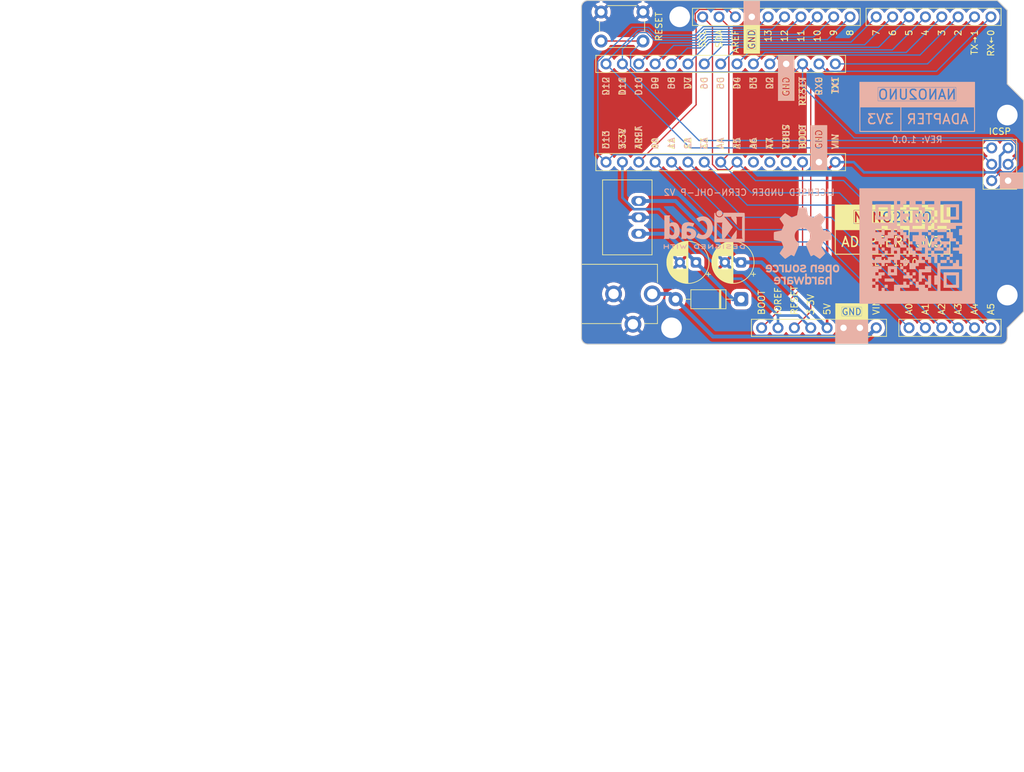
<source format=kicad_pcb>
(kicad_pcb (version 20221018) (generator pcbnew)
  (title_block (title "Nano2UNO Adapter 3V3") (date "2023-12-16") (rev "1.0.0") (company "Designer: C. M. Bulliner") (comment 2 "OF MERCHANTABILITY, SATISFACTORY QUALITY AND FITNESS FOR A PARTICULAR PURPOSE.") (comment 3 "This document is distributed WITHOUT ANY EXPRESS OR IMPLIED WARRANTY, INCLUDING") (comment 4 "© 2023 C. M. Bulliner. Released under the CERN-OHL-P v2 license."))
  (layers (0 "F.Cu" signal) (31 "B.Cu" signal) (34 "B.Paste" user) (35 "F.Paste" user) (36 "B.SilkS" user "B.Silkscreen") (37 "F.SilkS" user "F.Silkscreen") (38 "B.Mask" user) (39 "F.Mask" user) (44 "Edge.Cuts" user))
  (net 0 "")
  (net 1 "GND")
  (net 2 "/D1{slash}TX")
  (net 3 "+5V")
  (net 4 "/D0{slash}RX")
  (net 5 "/A0")
  (net 6 "/A1")
  (net 7 "/A2")
  (net 8 "/A3")
  (net 9 "/D2")
  (net 10 "/D3")
  (net 11 "/D4")
  (net 12 "/D5")
  (net 13 "/AREF")
  (net 14 "/D6")
  (net 15 "/D7")
  (net 16 "/D8")
  (net 17 "/D9")
  (net 18 "/D10")
  (net 19 "/D11{slash}COPI")
  (net 20 "/D12{slash}CIPO")
  (net 21 "/D13{slash}SCK")
  (net 22 "/A4{slash}SDA")
  (net 23 "/A5{slash}SCL")
  (net 24 "+3V3")
  (net 25 "/~{RESET}")
  (net 26 "/~{BOOT}")
  (net 27 "Net-(D1-K)")
  (net 28 "/VIN")
  (footprint "Project_Footprints:PinSocket_1x08_P2.54mm_Vertical_UNO_Power" (layer "F.Cu") (at 133.35 132.08 90)
    (fp_text reference "J3" hide)
    (fp_text value "ESW-108-33-L-S" hide)
  )
  (footprint "Project_Footprints:PinSocket_1x06_P2.54mm_Vertical_UNO_Analog" (layer "F.Cu") (at 156.21 132.08 90)
    (fp_text reference "J4" hide)
    (fp_text value "ESW-106-33-L-S" hide)
  )
  (footprint "Project_Footprints:PinSocket_1x10_P2.54mm_Vertical_UNO_Digital_2" (layer "F.Cu") (at 147.066 83.82 -90)
    (fp_text reference "J2" hide)
    (fp_text value "ESW-110-33-L-S" hide)
  )
  (footprint "Project_Footprints:PinSocket_1x08_P2.54mm_Vertical_UNO_Digital_1" (layer "F.Cu") (at 168.91 83.82 -90)
    (fp_text reference "J1" hide)
    (fp_text value "ESW-108-33-L-S" hide)
  )
  (footprint "Project_Footprints:D_DO-41_SOD81_P10.16mm_Horizontal" (layer "F.Cu") (at 130.175 127.635 180)
    (fp_text reference "D1" hide)
    (fp_text value "SB260S-E3/54" hide)
  )
  (footprint "Project_Footprints:CP_Radial_D6.3mm_P2.50mm" (layer "F.Cu") (at 128.905 121.92 180)
    (fp_text reference "C2" hide)
    (fp_text value "10uF" hide)
  )
  (footprint "Project_Footprints:CP_Radial_D6.3mm_P2.50mm" (layer "F.Cu") (at 121.92 121.92 180)
    (fp_text reference "C1" hide)
    (fp_text value "10uF" hide)
  )
  (footprint "Project_Footprints:MountingHole_3.2mm" (layer "F.Cu") (at 120.65 83.82)
    (fp_text reference "MH1" hide)
    (fp_text value "MountingHole_3.2mm" hide)
  )
  (footprint "Project_Footprints:PinHeader_2x03_P2.54mm_Vertical_UNO_ICSP" (layer "F.Cu") (at 169.032 104.155)
    (fp_text reference "J7" hide)
    (fp_text value "TSW-103-15-L-D" hide)
  )
  (footprint "Project_Footprints:BarrelJack_CUI_PJ-102A_Horizontal" (layer "F.Cu") (at 117.094 131.318 -90)
    (fp_text reference "J8" hide)
    (fp_text value "PJ-102A" hide)
  )
  (footprint "Project_Footprints:PinSocket_1x15_P2.54mm_Vertical_Nano_1" (layer "F.Cu") (at 144.78 91.12 -90)
    (fp_text reference "J5" hide)
    (fp_text value "PPPC151LFBN-RC" hide)
  )
  (footprint "Project_Footprints:PinSocket_1x15_P2.54mm_Vertical_Nano_2" (layer "F.Cu") (at 109.22 106.36 90)
    (fp_text reference "J6" hide)
    (fp_text value "PPPC151LFBN-RC" hide)
  )
  (footprint "Project_Footprints:R-78K5.0-0.5" (layer "F.Cu") (at 114.3 114.935 90)
    (fp_text reference "U1" hide)
    (fp_text value "R-78K5.0-0.5" hide)
  )
  (footprint "Project_Footprints:SW_PUSH_6mm_Reset" (layer "F.Cu") (at 111.71 85.32)
    (fp_text reference "SW1" hide)
    (fp_text value "1825910-6" hide)
  )
  (footprint "Project_Footprints:MountingHole_3.2mm" (layer "F.Cu") (at 119.38 132.08)
    (fp_text reference "MH2" hide)
    (fp_text value "MountingHole_3.2mm" hide)
  )
  (footprint "Project_Footprints:MountingHole_3.2mm" (layer "F.Cu") (at 171.45 99.06)
    (fp_text reference "MH3" hide)
    (fp_text value "MountingHole_3.2mm" hide)
  )
  (footprint "Project_Footprints:MountingHole_3.2mm" (layer "F.Cu") (at 171.45 127)
    (fp_text reference "MH4" hide)
    (fp_text value "MountingHole_3.2mm" hide)
  )
  (footprint "Symbol:OSHW-Logo_11.4x12mm_SilkScreen" (layer "B.Cu") (at 139.7 119.38 180)
    (fp_text reference "REF**" hide)
    (fp_text value "OSHW-Logo_11.4x12mm_SilkScreen" hide)
  )
  (footprint "Symbol:KiCad-Logo2_5mm_SilkScreen" (layer "B.Cu") (at 124.46 116.84 180)
    (fp_text reference "REF**" hide)
    (fp_text value "KiCad-Logo2_5mm_SilkScreen" hide)
  )
  (gr_poly (pts (xy 161.56461 115.29539) (xy 163.967046 115.29539) (xy 163.967046 113.373028) (xy 163.486972 113.373028) (xy 163.486972 114.8148) (xy 162.0452 114.8148) (xy 162.0452 113.373028) (xy 163.486972 113.373028) (xy 163.967046 113.373028) (xy 163.967046 112.892954) (xy 161.56461 112.892954)) (fill solid) (layer "B.SilkS"))
  (gr_poly (pts (xy 156.278628 119.139599) (xy 156.759219 119.139599) (xy 156.759219 118.659008) (xy 156.278628 118.659008)) (fill solid) (layer "B.SilkS"))
  (gr_poly (pts (xy 152.43442 125.867353) (xy 152.91501 125.867353) (xy 152.91501 125.386762) (xy 152.43442 125.386762)) (fill solid) (layer "B.SilkS"))
  (gr_poly (pts (xy 159.161656 117.698344) (xy 159.642247 117.698344) (xy 159.642247 117.217753) (xy 159.161656 117.217753)) (fill solid) (layer "B.SilkS"))
  (gr_poly (pts (xy 148.590211 128.269789) (xy 166.37 128.269789) (xy 166.37 122.983809) (xy 164.447637 122.983809) (xy 164.447637 126.347944) (xy 161.084019 126.347944) (xy 160.603428 126.347944) (xy 159.161656 126.347944) (xy 159.161656 125.867353) (xy 158.681582 125.867353) (xy 158.681582 125.386762) (xy 157.720401 125.386762) (xy 157.720401 124.906171) (xy 157.23981 124.906171) (xy 157.23981 125.867353) (xy 157.720401 125.867353) (xy 157.720401 126.347944) (xy 154.836856 126.347944) (xy 154.836856 125.867353) (xy 156.278628 125.867353) (xy 156.278628 125.386762) (xy 155.798037 125.386762) (xy 155.798037 124.906171) (xy 155.317447 124.906171) (xy 155.317447 125.386762) (xy 153.876191 125.386762) (xy 153.876191 126.347944) (xy 152.43442 126.347944) (xy 152.43442 125.867353) (xy 151.953829 125.867353) (xy 151.953829 126.347944) (xy 151.473238 126.347944) (xy 151.473238 125.386762) (xy 150.992647 125.386762) (xy 150.992647 125.867353) (xy 150.512056 125.867353) (xy 150.512056 125.386762) (xy 150.992647 125.386762) (xy 150.992647 124.906171) (xy 151.473238 124.906171) (xy 151.473238 124.42558) (xy 150.992647 124.42558) (xy 150.992647 124.906171) (xy 150.512056 124.906171) (xy 150.512056 124.42558) (xy 150.992647 124.42558) (xy 151.473238 124.42558) (xy 151.953829 124.42558) (xy 151.953829 123.94499) (xy 152.43442 123.94499) (xy 152.43442 123.464401) (xy 151.473238 123.464401) (xy 151.473238 123.94499) (xy 150.992647 123.94499) (xy 150.992647 123.464401) (xy 151.473238 123.464401) (xy 151.473238 122.983809) (xy 151.953829 122.983809) (xy 151.953829 122.503735) (xy 152.43442 122.503735) (xy 152.43442 122.023144) (xy 151.953829 122.023144) (xy 151.953829 122.503735) (xy 150.512056 122.503735) (xy 150.512056 122.023144) (xy 151.953829 122.023144) (xy 152.43442 122.023144) (xy 153.395599 122.023144) (xy 153.395599 121.542553) (xy 153.876191 121.542553) (xy 153.876191 122.023144) (xy 154.356265 122.023144) (xy 154.356265 121.542553) (xy 154.836856 121.542553) (xy 154.836856 120.100781) (xy 154.356265 120.100781) (xy 154.356265 120.581372) (xy 153.876191 120.581372) (xy 153.876191 120.100781) (xy 154.356265 120.100781) (xy 154.836856 120.100781) (xy 154.836856 119.62019) (xy 153.876191 119.62019) (xy 153.876191 119.139599) (xy 152.91501 119.139599) (xy 152.91501 119.62019) (xy 153.395599 119.62019) (xy 153.395599 120.581372) (xy 153.876191 120.581372) (xy 153.876191 121.061963) (xy 152.91501 121.061963) (xy 152.91501 121.542553) (xy 151.953829 121.542553) (xy 151.953829 121.061963) (xy 150.992647 121.061963) (xy 150.992647 121.542553) (xy 150.512056 121.542553) (xy 150.512056 120.581372) (xy 151.473238 120.581372) (xy 151.473238 119.62019) (xy 150.992647 119.62019) (xy 150.992647 120.100781) (xy 150.512056 120.100781) (xy 150.512056 119.62019) (xy 150.992647 119.62019) (xy 151.473238 119.62019) (xy 151.473238 119.139599) (xy 150.512056 119.139599) (xy 150.512056 118.178418) (xy 150.992647 118.178418) (xy 150.992647 118.659008) (xy 151.473238 118.659008) (xy 151.473238 119.139599) (xy 152.43442 119.139599) (xy 152.43442 118.659008) (xy 152.91501 118.659008) (xy 152.91501 118.178418) (xy 153.876191 118.178418) (xy 153.876191 119.139599) (xy 154.356265 119.139599) (xy 154.356265 118.178418) (xy 154.836856 118.178418) (xy 154.836856 117.698344) (xy 155.317447 117.698344) (xy 155.317447 118.659008) (xy 155.798037 118.659008) (xy 155.798037 118.178418) (xy 156.278628 118.178418) (xy 156.278628 117.698344) (xy 155.798037 117.698344) (xy 155.798037 117.217753) (xy 155.317447 117.217753) (xy 154.836856 117.217753) (xy 154.836856 117.698344) (xy 154.356265 117.698344) (xy 154.356265 118.178418) (xy 153.876191 118.178418) (xy 153.876191 117.698344) (xy 154.356265 117.698344) (xy 154.356265 117.217753) (xy 154.836856 117.217753) (xy 155.317447 117.217753) (xy 155.317447 116.737163) (xy 154.836856 116.737163) (xy 154.356265 116.737163) (xy 154.356265 117.217753) (xy 153.876191 117.217753) (xy 153.395599 117.217753) (xy 152.91501 117.217753) (xy 152.91501 117.698344) (xy 152.43442 117.698344) (xy 152.43442 118.178418) (xy 151.953829 118.178418) (xy 151.953829 117.698344) (xy 152.43442 117.698344) (xy 152.43442 116.737163) (xy 151.953829 116.737163) (xy 151.953829 117.217753) (xy 150.992647 117.217753) (xy 150.992647 116.737163) (xy 151.953829 116.737163) (xy 151.953829 116.256572) (xy 152.91501 116.256572) (xy 152.91501 116.737163) (xy 153.395599 116.737163) (xy 153.395599 117.217753) (xy 153.876191 117.217753) (xy 153.876191 116.737163) (xy 154.356265 116.737163) (xy 154.836856 116.737163) (xy 154.836856 116.256572) (xy 156.278628 116.256572) (xy 156.278628 117.217753) (xy 157.720401 117.217753) (xy 157.720401 117.698344) (xy 156.759219 117.698344) (xy 156.759219 118.659008) (xy 157.23981 118.659008) (xy 157.23981 119.139599) (xy 157.720401 119.139599) (xy 157.720401 119.62019) (xy 157.23981 119.62019) (xy 157.23981 120.100781) (xy 158.200992 120.100781) (xy 158.200992 119.62019) (xy 158.681582 119.62019) (xy 158.681582 120.581372) (xy 157.720401 120.581372) (xy 157.720401 121.542553) (xy 157.23981 121.542553) (xy 157.23981 122.023144) (xy 156.278628 122.023144) (xy 156.278628 121.542553) (xy 154.836856 121.542553) (xy 154.836856 122.023144) (xy 155.317447 122.023144) (xy 155.317447 122.503735) (xy 155.798037 122.503735) (xy 155.798037 122.023144) (xy 156.278628 122.023144) (xy 156.278628 122.983809) (xy 157.23981 122.983809) (xy 157.23981 122.503735) (xy 157.720401 122.503735) (xy 157.720401 122.023144) (xy 158.681582 122.023144) (xy 158.681582 121.542553) (xy 159.161656 121.542553) (xy 159.161656 122.023144) (xy 159.642247 122.023144) (xy 159.642247 121.061963) (xy 160.122837 121.061963) (xy 160.122837 122.023144) (xy 160.603428 122.023144) (xy 160.603428 123.94499) (xy 160.122837 123.94499) (xy 160.122837 125.386762) (xy 160.603428 125.386762) (xy 160.603428 126.347944) (xy 161.084019 126.347944) (xy 161.084019 122.983809) (xy 164.447637 122.983809) (xy 166.37 122.983809) (xy 166.37 122.503735) (xy 164.447637 122.503735) (xy 163.967046 122.503735) (xy 163.967046 121.542553) (xy 163.486972 121.542553) (xy 163.486972 122.023144) (xy 163.006382 122.023144) (xy 163.006382 122.503735) (xy 161.084019 122.503735) (xy 161.084019 122.023144) (xy 160.603428 122.023144) (xy 160.603428 120.581372) (xy 160.122837 120.581372) (xy 160.122837 120.100781) (xy 159.642247 120.100781) (xy 159.642247 121.061963) (xy 159.161656 121.061963) (xy 158.681582 121.061963) (xy 158.681582 121.542553) (xy 158.200992 121.542553) (xy 158.200992 121.061963) (xy 158.681582 121.061963) (xy 159.161656 121.061963) (xy 159.161656 120.100781) (xy 159.642247 120.100781) (xy 159.642247 119.62019) (xy 159.161656 119.62019) (xy 159.161656 118.659008) (xy 158.681582 118.659008) (xy 158.681582 119.139599) (xy 158.200992 119.139599) (xy 158.200992 118.659008) (xy 158.681582 118.659008) (xy 159.161656 118.659008) (xy 159.161656 118.178418) (xy 158.681582 118.178418) (xy 158.681582 117.698344) (xy 158.200992 117.698344) (xy 158.200992 117.217753) (xy 159.161656 117.217753) (xy 159.161656 116.256572) (xy 159.642247 116.256572) (xy 159.642247 115.775981) (xy 159.161656 115.775981) (xy 159.161656 115.29539) (xy 158.681582 115.29539) (xy 158.681582 116.737163) (xy 156.759219 116.737163) (xy 156.759219 116.256572) (xy 158.200992 116.256572) (xy 158.200992 115.29539) (xy 157.720401 115.29539) (xy 157.720401 115.775981) (xy 157.23981 115.775981) (xy 157.23981 115.29539) (xy 157.720401 115.29539) (xy 158.200992 115.29539) (xy 158.681582 115.29539) (xy 159.161656 115.29539) (xy 159.161656 114.334209) (xy 158.681582 114.334209) (xy 158.681582 114.8148) (xy 158.200992 114.8148) (xy 158.200992 114.334209) (xy 157.720401 114.334209) (xy 157.720401 114.8148) (xy 157.23981 114.8148) (xy 157.23981 114.334209) (xy 157.720401 114.334209) (xy 157.720401 113.853618) (xy 156.759219 113.853618) (xy 156.759219 115.775981) (xy 156.278628 115.775981) (xy 156.278628 115.29539) (xy 155.798037 115.29539) (xy 155.798037 115.775981) (xy 155.317447 115.775981) (xy 155.317447 115.29539) (xy 155.798037 115.29539) (xy 155.798037 114.8148) (xy 156.278628 114.8148) (xy 156.278628 114.334209) (xy 155.317447 114.334209) (xy 155.317447 113.853618) (xy 154.836856 113.853618) (xy 154.836856 116.256572) (xy 154.356265 116.256572) (xy 154.356265 113.853618) (xy 154.836856 113.853618) (xy 154.836856 113.373028) (xy 155.317447 113.373028) (xy 155.317447 112.892954) (xy 155.798037 112.892954) (xy 155.798037 112.412363) (xy 154.836856 112.412363) (xy 154.836856 112.892954) (xy 154.356265 112.892954) (xy 154.356265 112.412363) (xy 153.876191 112.412363) (xy 153.876191 115.775981) (xy 150.512056 115.775981) (xy 150.512056 112.412363) (xy 153.876191 112.412363) (xy 154.356265 112.412363) (xy 154.836856 112.412363) (xy 155.798037 112.412363) (xy 156.278628 112.412363) (xy 156.278628 113.373028) (xy 157.720401 113.373028) (xy 157.720401 113.853618) (xy 158.200992 113.853618) (xy 158.200992 114.334209) (xy 158.681582 114.334209) (xy 158.681582 113.373028) (xy 158.200992 113.373028) (xy 158.200992 112.892954) (xy 158.681582 112.892954) (xy 158.681582 112.412363) (xy 158.200992 112.412363) (xy 158.200992 112.892954) (xy 157.23981 112.892954) (xy 157.23981 112.412363) (xy 158.200992 112.412363) (xy 158.681582 112.412363) (xy 160.122837 112.412363) (xy 160.122837 112.892954) (xy 159.161656 112.892954) (xy 159.161656 113.373028) (xy 160.122837 113.373028) (xy 160.122837 113.853618) (xy 160.603428 113.853618) (xy 160.603428 114.8148) (xy 160.122837 114.8148) (xy 160.122837 115.29539) (xy 160.603428 115.29539) (xy 160.603428 115.775981) (xy 160.122837 115.775981) (xy 160.122837 116.737163) (xy 160.603428 116.737163) (xy 160.603428 116.256572) (xy 162.0452 116.256572) (xy 162.0452 116.737163) (xy 163.486972 116.737163) (xy 163.486972 116.256572) (xy 164.447637 116.256572) (xy 164.447637 116.737163) (xy 163.967046 116.737163) (xy 163.967046 117.698344) (xy 164.447637 117.698344) (xy 164.447637 119.139599) (xy 163.967046 119.139599) (xy 163.967046 119.62019) (xy 163.006382 119.62019) (xy 163.006382 120.100781) (xy 163.967046 120.100781) (xy 163.967046 120.581372) (xy 164.447637 120.581372) (xy 164.447637 122.503735) (xy 166.37 122.503735) (xy 166.37 112.412363) (xy 164.447637 112.412363) (xy 164.447637 115.775981) (xy 161.084019 115.775981) (xy 161.084019 112.412363) (xy 164.447637 112.412363) (xy 166.37 112.412363) (xy 166.37 110.49) (xy 148.590211 110.49)) (fill solid) (layer "B.SilkS"))
  (gr_rect (start 148.59 93.98) (end 166.37 101.6) (stroke (width 0.15)) (fill none) (layer "B.SilkS"))
  (gr_poly (pts (xy 160.603428 119.62019) (xy 160.122837 119.62019) (xy 160.122837 120.100781) (xy 161.56461 120.100781) (xy 161.56461 119.62019) (xy 161.084019 119.62019) (xy 161.084019 119.139599) (xy 160.603428 119.139599)) (fill solid) (layer "B.SilkS"))
  (gr_line (start 148.59 97.79) (end 166.37 97.79) (stroke (width 0.15)) (layer "B.SilkS"))
  (gr_poly (pts (xy 150.992647 115.29539) (xy 153.395599 115.29539) (xy 153.395599 113.373028) (xy 152.91501 113.373028) (xy 152.91501 114.8148) (xy 151.473238 114.8148) (xy 151.473238 113.373028) (xy 152.91501 113.373028) (xy 153.395599 113.373028) (xy 153.395599 112.892954) (xy 150.992647 112.892954)) (fill solid) (layer "B.SilkS"))
  (gr_poly (pts (xy 162.525791 121.061963) (xy 163.006382 121.061963) (xy 163.006382 120.581372) (xy 162.525791 120.581372)) (fill solid) (layer "B.SilkS"))
  (gr_poly (pts (xy 155.798037 123.94499) (xy 155.317447 123.94499) (xy 155.317447 124.42558) (xy 156.759219 124.42558) (xy 156.759219 123.94499) (xy 156.278628 123.94499) (xy 156.278628 123.464401) (xy 155.798037 123.464401)) (fill solid) (layer "B.SilkS"))
  (gr_poly (pts (xy 159.642247 114.8148) (xy 160.122837 114.8148) (xy 160.122837 113.853618) (xy 159.642247 113.853618)) (fill solid) (layer "B.SilkS"))
  (gr_poly (pts (xy 156.759219 123.94499) (xy 157.23981 123.94499) (xy 157.23981 123.464401) (xy 156.759219 123.464401)) (fill solid) (layer "B.SilkS"))
  (gr_poly (pts (xy 155.798037 121.061963) (xy 156.278628 121.061963) (xy 156.278628 120.581372) (xy 155.798037 120.581372)) (fill solid) (layer "B.SilkS"))
  (gr_poly (pts (xy 162.0452 120.100781) (xy 161.56461 120.100781) (xy 161.56461 120.581372) (xy 162.525791 120.581372) (xy 162.525791 119.62019) (xy 162.0452 119.62019)) (fill solid) (layer "B.SilkS"))
  (gr_poly (pts (xy 154.836856 119.62019) (xy 155.798037 119.62019) (xy 155.798037 119.139599) (xy 155.317447 119.139599) (xy 155.317447 118.659008) (xy 154.836856 118.659008)) (fill solid) (layer "B.SilkS"))
  (gr_poly (pts (xy 155.317447 123.464401) (xy 155.798037 123.464401) (xy 155.798037 122.983809) (xy 155.317447 122.983809)) (fill solid) (layer "B.SilkS"))
  (gr_poly (pts (xy 162.0452 121.542553) (xy 162.525791 121.542553) (xy 162.525791 121.061963) (xy 162.0452 121.061963)) (fill solid) (layer "B.SilkS"))
  (gr_poly (pts (xy 163.486972 119.139599) (xy 163.967046 119.139599) (xy 163.967046 118.659008) (xy 163.486972 118.659008)) (fill solid) (layer "B.SilkS"))
  (gr_poly (pts (xy 161.084019 121.061963) (xy 161.56461 121.061963) (xy 161.56461 120.581372) (xy 161.084019 120.581372)) (fill solid) (layer "B.SilkS"))
  (gr_poly (pts (xy 155.798037 120.100781) (xy 156.278628 120.100781) (xy 156.278628 120.581372) (xy 156.759219 120.581372) (xy 156.759219 121.061963) (xy 157.23981 121.061963) (xy 157.23981 120.100781) (xy 156.759219 120.100781) (xy 156.759219 119.62019) (xy 155.798037 119.62019)) (fill solid) (layer "B.SilkS"))
  (gr_poly (pts (xy 162.525791 122.023144) (xy 163.006382 122.023144) (xy 163.006382 121.542553) (xy 162.525791 121.542553)) (fill solid) (layer "B.SilkS"))
  (gr_line (start 154.94 101.6) (end 154.94 97.79) (stroke (width 0.15)) (layer "B.SilkS"))
  (gr_poly (pts (xy 160.603428 117.217753) (xy 162.0452 117.217753) (xy 162.0452 116.737163) (xy 160.603428 116.737163)) (fill solid) (layer "B.SilkS"))
  (gr_poly (pts (xy 161.084019 119.139599) (xy 161.56461 119.139599) (xy 161.56461 119.62019) (xy 162.0452 119.62019) (xy 162.0452 119.139599) (xy 162.525791 119.139599) (xy 162.525791 118.659008) (xy 161.084019 118.659008)) (fill solid) (layer "B.SilkS"))
  (gr_poly (pts (xy 160.603428 118.178418) (xy 160.122837 118.178418) (xy 160.122837 118.659008) (xy 159.642247 118.659008) (xy 159.642247 119.62019) (xy 160.122837 119.62019) (xy 160.122837 119.139599) (xy 160.603428 119.139599) (xy 160.603428 118.659008) (xy 161.084019 118.659008) (xy 161.084019 118.178418) (xy 161.56461 118.178418) (xy 161.56461 117.698344) (xy 160.603428 117.698344)) (fill solid) (layer "B.SilkS"))
  (gr_poly (pts (xy 152.43442 120.581372) (xy 152.91501 120.581372) (xy 152.91501 120.100781) (xy 152.43442 120.100781)) (fill solid) (layer "B.SilkS"))
  (gr_poly (pts (xy 159.642247 118.178418) (xy 160.122837 118.178418) (xy 160.122837 117.698344) (xy 159.642247 117.698344)) (fill solid) (layer "B.SilkS"))
  (gr_poly (pts (xy 155.317447 120.581372) (xy 155.798037 120.581372) (xy 155.798037 120.100781) (xy 155.317447 120.100781)) (fill solid) (layer "B.SilkS"))
  (gr_poly (pts (xy 159.161656 124.906171) (xy 158.681582 124.906171) (xy 158.681582 125.386762) (xy 159.161656 125.386762) (xy 159.161656 125.867353) (xy 159.642247 125.867353) (xy 159.642247 123.94499) (xy 159.161656 123.94499)) (fill solid) (layer "B.SilkS"))
  (gr_poly (pts (xy 159.642247 115.775981) (xy 160.122837 115.775981) (xy 160.122837 115.29539) (xy 159.642247 115.29539)) (fill solid) (layer "B.SilkS"))
  (gr_poly (pts (xy 151.953829 121.061963) (xy 152.43442 121.061963) (xy 152.43442 120.581372) (xy 151.953829 120.581372)) (fill solid) (layer "B.SilkS"))
  (gr_poly (pts (xy 151.953829 120.100781) (xy 152.43442 120.100781) (xy 152.43442 119.62019) (xy 151.953829 119.62019)) (fill solid) (layer "B.SilkS"))
  (gr_poly (pts (xy 152.91501 123.94499) (xy 154.356265 123.94499) (xy 154.356265 122.983809) (xy 153.876191 122.983809) (xy 153.876191 123.464401) (xy 153.395599 123.464401) (xy 153.395599 122.983809) (xy 153.876191 122.983809) (xy 154.356265 122.983809) (xy 154.356265 122.503735) (xy 152.91501 122.503735)) (fill solid) (layer "B.SilkS"))
  (gr_poly (pts (xy 156.759219 124.906171) (xy 157.23981 124.906171) (xy 157.23981 124.42558) (xy 156.759219 124.42558)) (fill solid) (layer "B.SilkS"))
  (gr_poly (pts (xy 155.798037 113.853618) (xy 156.278628 113.853618) (xy 156.278628 113.373028) (xy 155.798037 113.373028)) (fill solid) (layer "B.SilkS"))
  (gr_poly (pts (xy 162.0452 118.178418) (xy 162.525791 118.178418) (xy 162.525791 118.659008) (xy 163.486972 118.659008) (xy 163.486972 118.178418) (xy 163.006382 118.178418) (xy 163.006382 117.217753) (xy 162.0452 117.217753)) (fill solid) (layer "B.SilkS"))
  (gr_poly (pts (xy 156.278628 125.386762) (xy 156.759219 125.386762) (xy 156.759219 124.906171) (xy 156.278628 124.906171)) (fill solid) (layer "B.SilkS"))
  (gr_rect (start 148.590005 110.49) (end 166.37 128.269995) (stroke (width 0.15)) (fill none) (layer "B.SilkS"))
  (gr_poly (pts (xy 161.56461 125.867353) (xy 163.967046 125.867353) (xy 163.967046 123.94499) (xy 163.486972 123.94499) (xy 163.486972 125.386762) (xy 162.0452 125.386762) (xy 162.0452 123.94499) (xy 163.486972 123.94499) (xy 163.967046 123.94499) (xy 163.967046 123.464401) (xy 161.56461 123.464401)) (fill solid) (layer "B.SilkS"))
  (gr_poly (pts (xy 161.084019 122.023144) (xy 162.0452 122.023144) (xy 162.0452 121.542553) (xy 161.084019 121.542553)) (fill solid) (layer "B.SilkS"))
  (gr_poly (pts (xy 159.642247 117.217753) (xy 160.122837 117.217753) (xy 160.122837 116.737163) (xy 159.642247 116.737163)) (fill solid) (layer "B.SilkS"))
  (gr_poly (pts (xy 158.681582 122.983809) (xy 157.720401 122.983809) (xy 157.720401 124.906171) (xy 158.200992 124.906171) (xy 158.200992 124.42558) (xy 158.681582 124.42558) (xy 158.681582 123.94499) (xy 158.200992 123.94499) (xy 158.200992 123.464401) (xy 159.642247 123.464401) (xy 159.642247 122.503735) (xy 158.681582 122.503735)) (fill solid) (layer "B.SilkS"))
  (gr_poly (pts (xy 154.836856 122.983809) (xy 155.317447 122.983809) (xy 155.317447 122.503735) (xy 154.836856 122.503735)) (fill solid) (layer "B.SilkS"))
  (gr_poly (pts (xy 152.43442 124.906171) (xy 153.876191 124.906171) (xy 153.876191 124.42558) (xy 152.43442 124.42558)) (fill solid) (layer "B.SilkS"))
  (gr_rect (start 144.78 113.03) (end 162.56 120.65) (stroke (width 0.15)) (fill none) (layer "F.SilkS"))
  (gr_line (start 156.21 116.84) (end 156.21 120.65) (stroke (width 0.15)) (layer "F.SilkS"))
  (gr_line (start 144.78 116.84) (end 162.56 116.84) (stroke (width 0.15)) (layer "F.SilkS"))
  (gr_line (start 171.45 94.234) (end 173.99 96.774) (stroke (width 0.15)) (layer "Edge.Cuts"))
  (gr_line (start 105.41 133.62) (end 105.41 82.28) (stroke (width 0.15)) (layer "Edge.Cuts"))
  (gr_line (start 173.99 96.774) (end 173.99 129.54) (stroke (width 0.15)) (layer "Edge.Cuts"))
  (gr_line (start 170.45 134.62) (end 106.41 134.62) (stroke (width 0.15)) (layer "Edge.Cuts"))
  (gr_line (start 106.41 81.28) (end 169.926 81.28) (stroke (width 0.15)) (layer "Edge.Cuts"))
  (gr_arc (start 106.41 134.62) (mid 105.702894 134.327107) (end 105.41 133.62) (stroke (width 0.15)) (layer "Edge.Cuts"))
  (gr_line (start 173.99 129.54) (end 171.45 132.08) (stroke (width 0.15)) (layer "Edge.Cuts"))
  (gr_line (start 169.926 81.28) (end 171.45 82.804) (stroke (width 0.15)) (layer "Edge.Cuts"))
  (gr_arc (start 171.45 133.62) (mid 171.157107 134.327106) (end 170.45 134.62) (stroke (width 0.15)) (layer "Edge.Cuts"))
  (gr_line (start 171.45 82.804) (end 171.45 94.234) (stroke (width 0.15)) (layer "Edge.Cuts"))
  (gr_line (start 171.45 132.08) (end 171.45 133.62) (stroke (width 0.15)) (layer "Edge.Cuts"))
  (gr_arc (start 105.41 82.28) (mid 105.702893 81.572894) (end 106.41 81.28) (stroke (width 0.15)) (layer "Edge.Cuts"))
  (gr_text "LICENSED UNDER CERN-OHL-P V2" (at 144.78 110.49) (layer "B.SilkS") (effects (font (size 1 1)) (justify left top mirror)))
  (gr_text "3V3" (at 151.765 99.695) (layer "B.SilkS") (effects (font (size 1.5 1.5) (thickness 0.225)) (justify mirror)))
  (gr_text "REV: ${REVISION}" (at 157.48 102.87) (layer "B.SilkS") (effects (font (size 1 1)) (justify mirror)))
  (gr_text "ADAPTER" (at 160.655 99.695) (layer "B.SilkS") (effects (font (size 1.5 1.5) (thickness 0.225)) (justify mirror)))
  (gr_text "NANO2UNO" (at 157.48 95.885) (layer "B.SilkS" knockout) (effects (font (size 1.5 1.5) (thickness 0.225)) (justify mirror)))
  (gr_text "ADAPTER" (at 150.495 118.745) (layer "F.SilkS") (effects (font (size 1.5 1.5) (thickness 0.225))))
  (gr_text "REV: ${REVISION}" (at 153.67 121.92) (layer "F.SilkS") (effects (font (size 1 1))))
  (gr_text "NANO2UNO" (at 153.67 114.935) (layer "F.SilkS" knockout) (effects (font (size 1.5 1.5) (thickness 0.225))))
  (gr_text "3V3" (at 159.385 118.745) (layer "F.SilkS") (effects (font (size 1.5 1.5) (thickness 0.225))))
  (segment (start 142.24 106.36) (end 144.78 103.82) (width 0.4) (layer "F.Cu") (net 1))
  (segment (start 144.78 91.12) (end 159.07 91.12) (width 0.2) (layer "B.Cu") (net 2))
  (segment (start 159.07 91.12) (end 166.37 83.82) (width 0.2) (layer "B.Cu") (net 2))
  (segment (start 143.51 107.63) (end 144.78 106.36) (width 0.4) (layer "F.Cu") (net 3))
  (segment (start 143.51 132.08) (end 143.51 107.63) (width 0.4) (layer "F.Cu") (net 3))
  (segment (start 147.635 106.36) (end 144.78 106.36) (width 0.4) (layer "B.Cu") (net 3))
  (segment (start 114.3 112.395) (end 119.995 112.395) (width 0.6) (layer "B.Cu") (net 3))
  (segment (start 119.995 112.395) (end 129.52 121.92) (width 0.6) (layer "B.Cu") (net 3))
  (segment (start 171.572 104.155) (end 170.322 105.405) (width 0.4) (layer "B.Cu") (net 3))
  (segment (start 170.322 105.405) (end 170.322 107.172767) (width 0.4) (layer "B.Cu") (net 3))
  (segment (start 129.52 121.92) (end 130.155 121.92) (width 0.6) (layer "B.Cu") (net 3))
  (segment (start 149.225 107.95) (end 147.635 106.36) (width 0.4) (layer "B.Cu") (net 3))
  (segment (start 170.322 107.172767) (end 169.544767 107.95) (width 0.4) (layer "B.Cu") (net 3))
  (segment (start 133.35 121.92) (end 130.155 121.92) (width 0.6) (layer "B.Cu") (net 3))
  (segment (start 169.544767 107.95) (end 149.225 107.95) (width 0.4) (layer "B.Cu") (net 3))
  (segment (start 143.51 132.08) (end 133.35 121.92) (width 0.6) (layer "B.Cu") (net 3))
  (segment (start 142.24 91.12) (end 143.39 92.27) (width 0.2) (layer "B.Cu") (net 4))
  (segment (start 160.46 92.27) (end 168.91 83.82) (width 0.2) (layer "B.Cu") (net 4))
  (segment (start 143.39 92.27) (end 160.46 92.27) (width 0.2) (layer "B.Cu") (net 4))
  (segment (start 142.875 118.745) (end 129.225 118.745) (width 0.2) (layer "B.Cu") (net 5))
  (segment (start 156.21 132.08) (end 142.875 118.745) (width 0.2) (layer "B.Cu") (net 5))
  (segment (start 129.225 118.745) (end 116.84 106.36) (width 0.2) (layer "B.Cu") (net 5))
  (segment (start 143.51 116.84) (end 129.86 116.84) (width 0.2) (layer "B.Cu") (net 6))
  (segment (start 129.86 116.84) (end 119.38 106.36) (width 0.2) (layer "B.Cu") (net 6))
  (segment (start 158.75 132.08) (end 143.51 116.84) (width 0.2) (layer "B.Cu") (net 6))
  (segment (start 130.495 114.935) (end 121.92 106.36) (width 0.2) (layer "B.Cu") (net 7))
  (segment (start 144.145 114.935) (end 130.495 114.935) (width 0.2) (layer "B.Cu") (net 7))
  (segment (start 161.29 132.08) (end 144.145 114.935) (width 0.2) (layer "B.Cu") (net 7))
  (segment (start 144.78 113.03) (end 131.13 113.03) (width 0.2) (layer "B.Cu") (net 8))
  (segment (start 163.83 132.08) (end 144.78 113.03) (width 0.2) (layer "B.Cu") (net 8))
  (segment (start 131.13 113.03) (end 124.46 106.36) (width 0.2) (layer "B.Cu") (net 8))
  (segment (start 157.906 89.744) (end 135.996 89.744) (width 0.2) (layer "B.Cu") (net 9))
  (segment (start 135.996 89.744) (end 134.62 91.12) (width 0.2) (layer "B.Cu") (net 9))
  (segment (start 163.83 83.82) (end 157.906 89.744) (width 0.2) (layer "B.Cu") (net 9))
  (segment (start 155.766 89.344) (end 133.856 89.344) (width 0.2) (layer "B.Cu") (net 10))
  (segment (start 133.856 89.344) (end 132.08 91.12) (width 0.2) (layer "B.Cu") (net 10))
  (segment (start 161.29 83.82) (end 155.766 89.344) (width 0.2) (layer "B.Cu") (net 10))
  (segment (start 131.716 88.944) (end 129.54 91.12) (width 0.2) (layer "B.Cu") (net 11))
  (segment (start 153.626 88.944) (end 131.716 88.944) (width 0.2) (layer "B.Cu") (net 11))
  (segment (start 158.75 83.82) (end 153.626 88.944) (width 0.2) (layer "B.Cu") (net 11))
  (segment (start 129.576 88.544) (end 127 91.12) (width 0.2) (layer "B.Cu") (net 12))
  (segment (start 151.486 88.544) (end 129.576 88.544) (width 0.2) (layer "B.Cu") (net 12))
  (segment (start 156.21 83.82) (end 151.486 88.544) (width 0.2) (layer "B.Cu") (net 12))
  (segment (start 128.136 82.67) (end 129.286 83.82) (width 0.2) (layer "F.Cu") (net 13))
  (segment (start 123.19 97.47) (end 123.19 84.430346) (width 0.2) (layer "F.Cu") (net 13))
  (segment (start 123.056 84.296346) (end 123.056 83.319) (width 0.2) (layer "F.Cu") (net 13))
  (segment (start 123.705 82.67) (end 128.136 82.67) (width 0.2) (layer "F.Cu") (net 13))
  (segment (start 123.19 84.430346) (end 123.056 84.296346) (width 0.2) (layer "F.Cu") (net 13))
  (segment (start 123.19 97.47) (end 114.3 106.36) (width 0.2) (layer "F.Cu") (net 13))
  (segment (start 123.056 83.319) (end 123.705 82.67) (width 0.2) (layer "F.Cu") (net 13))
  (segment (start 153.67 83.82) (end 149.346 88.144) (width 0.2) (layer "B.Cu") (net 14))
  (segment (start 127.436 88.144) (end 124.46 91.12) (width 0.2) (layer "B.Cu") (net 14))
  (segment (start 149.346 88.144) (end 127.436 88.144) (width 0.2) (layer "B.Cu") (net 14))
  (segment (start 151.13 83.82) (end 147.206 87.744) (width 0.2) (layer "B.Cu") (net 15))
  (segment (start 125.296 87.744) (end 121.92 91.12) (width 0.2) (layer "B.Cu") (net 15))
  (segment (start 147.206 87.744) (end 125.296 87.744) (width 0.2) (layer "B.Cu") (net 15))
  (segment (start 147.066 83.82) (end 143.542 87.344) (width 0.2) (layer "B.Cu") (net 16))
  (segment (start 121.8478 88.6522) (end 119.38 91.12) (width 0.2) (layer "B.Cu") (net 16))
  (segment (start 125.130311 87.344) (end 123.822111 88.6522) (width 0.2) (layer "B.Cu") (net 16))
  (segment (start 123.822111 88.6522) (end 121.8478 88.6522) (width 0.2) (layer "B.Cu") (net 16))
  (segment (start 143.542 87.344) (end 125.130311 87.344) (width 0.2) (layer "B.Cu") (net 16))
  (segment (start 124.964626 86.944) (end 123.656426 88.2522) (width 0.2) (layer "B.Cu") (net 17))
  (segment (start 141.402 86.944) (end 124.964626 86.944) (width 0.2) (layer "B.Cu") (net 17))
  (segment (start 144.526 83.82) (end 141.402 86.944) (width 0.2) (layer "B.Cu") (net 17))
  (segment (start 119.7078 88.2522) (end 116.84 91.12) (width 0.2) (layer "B.Cu") (net 17))
  (segment (start 123.656426 88.2522) (end 119.7078 88.2522) (width 0.2) (layer "B.Cu") (net 17))
  (segment (start 124.798941 86.544) (end 123.490741 87.8522) (width 0.2) (layer "B.Cu") (net 18))
  (segment (start 117.5678 87.8522) (end 114.3 91.12) (width 0.2) (layer "B.Cu") (net 18))
  (segment (start 141.986 83.82) (end 139.262 86.544) (width 0.2) (layer "B.Cu") (net 18))
  (segment (start 123.490741 87.8522) (end 117.5678 87.8522) (width 0.2) (layer "B.Cu") (net 18))
  (segment (start 139.262 86.544) (end 124.798941 86.544) (width 0.2) (layer "B.Cu") (net 18))
  (segment (start 124.633256 86.144) (end 123.325056 87.4522) (width 0.2) (layer "B.Cu") (net 19))
  (segment (start 116.680678 87.4522) (end 115.486878 86.2584) (width 0.2) (layer "B.Cu") (net 19))
  (segment (start 172.048346 103.005) (end 123.645 103.005) (width 0.2) (layer "B.Cu") (net 19))
  (segment (start 172.722 105.545) (end 172.722 103.678654) (width 0.2) (layer "B.Cu") (net 19))
  (segment (start 123.645 103.005) (end 111.76 91.12) (width 0.2) (layer "B.Cu") (net 19))
  (segment (start 123.325056 87.4522) (end 116.680678 87.4522) (width 0.2) (layer "B.Cu") (net 19))
  (segment (start 111.76 88.8492) (end 111.76 91.12) (width 0.2) (layer "B.Cu") (net 19))
  (segment (start 139.446 83.82) (end 137.122 86.144) (width 0.2) (layer "B.Cu") (net 19))
  (segment (start 137.122 86.144) (end 124.633256 86.144) (width 0.2) (layer "B.Cu") (net 19))
  (segment (start 115.486878 86.2584) (end 114.3508 86.2584) (width 0.2) (layer "B.Cu") (net 19))
  (segment (start 171.572 106.695) (end 172.722 105.545) (width 0.2) (layer "B.Cu") (net 19))
  (segment (start 114.3508 86.2584) (end 111.76 88.8492) (width 0.2) (layer "B.Cu") (net 19))
  (segment (start 172.722 103.678654) (end 172.048346 103.005) (width 0.2) (layer "B.Cu") (net 19))
  (segment (start 134.982 85.744) (end 124.46757 85.744) (width 0.2) (layer "B.Cu") (net 20))
  (segment (start 124.46757 85.744) (end 123.15937 87.0522) (width 0.2) (layer "B.Cu") (net 20))
  (segment (start 109.22 90.823514) (end 109.22 91.12) (width 0.2) (layer "B.Cu") (net 20))
  (segment (start 122.255 104.155) (end 109.22 91.12) (width 0.2) (layer "B.Cu") (net 20))
  (segment (start 115.652563 85.8584) (end 114.185114 85.8584) (width 0.2) (layer "B.Cu") (net 20))
  (segment (start 123.15937 87.0522) (end 116.846363 87.0522) (width 0.2) (layer "B.Cu") (net 20))
  (segment (start 116.846363 87.0522) (end 115.652563 85.8584) (width 0.2) (layer "B.Cu") (net 20))
  (segment (start 114.185114 85.8584) (end 109.22 90.823514) (width 0.2) (layer "B.Cu") (net 20))
  (segment (start 169.032 104.155) (end 122.255 104.155) (width 0.2) (layer "B.Cu") (net 20))
  (segment (start 136.906 83.82) (end 134.982 85.744) (width 0.2) (layer "B.Cu") (net 20))
  (segment (start 124.301884 85.344) (end 122.993684 86.6522) (width 0.2) (layer "B.Cu") (net 21))
  (segment (start 107.95 90.763654) (end 107.95 105.09) (width 0.2) (layer "B.Cu") (net 21))
  (segment (start 117.012048 86.6522) (end 115.818248 85.4584) (width 0.2) (layer "B.Cu") (net 21))
  (segment (start 132.842 85.344) (end 124.301884 85.344) (width 0.2) (layer "B.Cu") (net 21))
  (segment (start 122.993684 86.6522) (end 117.012048 86.6522) (width 0.2) (layer "B.Cu") (net 21))
  (segment (start 167.547 105.21) (end 169.032 106.695) (width 0.2) (layer "B.Cu") (net 21))
  (segment (start 110.37 105.21) (end 167.547 105.21) (width 0.2) (layer "B.Cu") (net 21))
  (segment (start 115.818248 85.4584) (end 113.255254 85.4584) (width 0.2) (layer "B.Cu") (net 21))
  (segment (start 134.366 83.82) (end 132.842 85.344) (width 0.2) (layer "B.Cu") (net 21))
  (segment (start 113.255254 85.4584) (end 107.95 90.763654) (width 0.2) (layer "B.Cu") (net 21))
  (segment (start 107.95 105.09) (end 109.22 106.36) (width 0.2) (layer "B.Cu") (net 21))
  (segment (start 109.22 106.36) (end 110.37 105.21) (width 0.2) (layer "B.Cu") (net 21))
  (segment (start 128.27 85.344) (end 128.27 105.09) (width 0.2) (layer "F.Cu") (net 22))
  (segment (start 126.746 83.82) (end 128.27 85.344) (width 0.2) (layer "F.Cu") (net 22))
  (segment (start 128.27 105.09) (end 127 106.36) (width 0.2) (layer "F.Cu") (net 22))
  (segment (start 131.765 111.125) (end 127 106.36) (width 0.2) (layer "B.Cu") (net 22))
  (segment (start 166.37 132.08) (end 145.415 111.125) (width 0.2) (layer "B.Cu") (net 22))
  (segment (start 145.415 111.125) (end 131.765 111.125) (width 0.2) (layer "B.Cu") (net 22))
  (segment (start 128.3818 107.5182) (end 129.54 106.36) (width 0.2) (layer "F.Cu") (net 23))
  (segment (start 125.73 85.344) (end 125.73 106.716346) (width 0.2) (layer "F.Cu") (net 23))
  (segment (start 124.206 83.82) (end 125.73 85.344) (width 0.2) (layer "F.Cu") (net 23))
  (segment (start 126.531854 107.5182) (end 128.3818 107.5182) (width 0.2) (layer "F.Cu") (net 23))
  (segment (start 125.73 106.716346) (end 126.531854 107.5182) (width 0.2) (layer "F.Cu") (net 23))
  (segment (start 168.91 132.08) (end 146.05 109.22) (width 0.2) (layer "B.Cu") (net 23))
  (segment (start 132.4 109.22) (end 129.54 106.36) (width 0.2) (layer "B.Cu") (net 23))
  (segment (start 146.05 109.22) (end 132.4 109.22) (width 0.2) (layer "B.Cu") (net 23))
  (segment (start 135.89 130.175) (end 135.89 132.08) (width 0.4) (layer "B.Cu") (net 24))
  (segment (start 111.76 111.881346) (end 113.543654 113.665) (width 0.4) (layer "B.Cu") (net 24))
  (segment (start 130.175 124.46) (end 135.89 130.175) (width 0.4) (layer "B.Cu") (net 24))
  (segment (start 135.89 130.175) (end 139.065 130.175) (width 0.4) (layer "B.Cu") (net 24))
  (segment (start 117.475 113.665) (end 128.27 124.46) (width 0.4) (layer "B.Cu") (net 24))
  (segment (start 139.065 130.175) (end 140.97 132.08) (width 0.4) (layer "B.Cu") (net 24))
  (segment (start 111.76 106.36) (end 111.76 111.881346) (width 0.4) (layer "B.Cu") (net 24))
  (segment (start 128.27 124.46) (end 130.175 124.46) (width 0.4) (layer "B.Cu") (net 24))
  (segment (start 113.543654 113.665) (end 117.475 113.665) (width 0.4) (layer "B.Cu") (net 24))
  (segment (start 108.46 87.57) (end 114.96 87.57) (width 0.2) (layer "F.Cu") (net 25))
  (segment (start 140.97 129.54) (end 138.43 132.08) (width 0.2) (layer "F.Cu") (net 25))
  (segment (start 140.97 92.39) (end 140.97 129.54) (width 0.2) (layer "F.Cu") (net 25))
  (segment (start 139.7 91.12) (end 140.97 92.39) (width 0.2) (layer "F.Cu") (net 25))
  (segment (start 139.7 94.615) (end 147.69 102.605) (width 0.2) (layer "B.Cu") (net 25))
  (segment (start 172.214032 102.605) (end 173.122 103.512968) (width 0.2) (layer "B.Cu") (net 25))
  (segment (start 138.4402 92.3798) (end 139.7 91.12) (width 0.2) (layer "B.Cu") (net 25))
  (segment (start 173.122 103.512968) (end 173.122 106.786) (width 0.2) (layer "B.Cu") (net 25))
  (segment (start 113.03 91.476346) (end 113.933454 92.3798) (width 0.2) (layer "B.Cu") (net 25))
  (segment (start 172.063 107.845) (end 170.422 107.845) (width 0.2) (layer "B.Cu") (net 25))
  (segment (start 113.03 89.5) (end 113.03 91.476346) (width 0.2) (layer "B.Cu") (net 25))
  (segment (start 113.933454 92.3798) (end 138.4402 92.3798) (width 0.2) (layer "B.Cu") (net 25))
  (segment (start 173.122 106.786) (end 172.063 107.845) (width 0.2) (layer "B.Cu") (net 25))
  (segment (start 147.69 102.605) (end 172.214032 102.605) (width 0.2) (layer "B.Cu") (net 25))
  (segment (start 139.7 91.12) (end 139.7 94.615) (width 0.2) (layer "B.Cu") (net 25))
  (segment (start 170.422 107.845) (end 169.032 109.235) (width 0.2) (layer "B.Cu") (net 25))
  (segment (start 114.96 87.57) (end 113.03 89.5) (width 0.2) (layer "B.Cu") (net 25))
  (segment (start 139.7 106.36) (end 139.7 125.73) (width 0.2) (layer "F.Cu") (net 26))
  (segment (start 139.7 125.73) (end 133.35 132.08) (width 0.2) (layer "F.Cu") (net 26))
  (segment (start 118.725 117.475) (end 123.17 121.92) (width 0.6) (layer "B.Cu") (net 27))
  (segment (start 128.885 127.635) (end 130.175 127.635) (width 0.6) (layer "B.Cu") (net 27))
  (segment (start 123.17 121.92) (end 128.885 127.635) (width 0.6) (layer "B.Cu") (net 27))
  (segment (start 114.3 117.475) (end 118.725 117.475) (width 0.6) (layer "B.Cu") (net 27))
  (segment (start 125.81 133.43) (end 120.015 127.635) (width 0.6) (layer "B.Cu") (net 28))
  (segment (start 116.394 126.818) (end 119.198 126.818) (width 0.6) (layer "B.Cu") (net 28))
  (segment (start 151.13 132.08) (end 149.78 133.43) (width 0.6) (layer "B.Cu") (net 28))
  (segment (start 149.78 133.43) (end 125.81 133.43) (width 0.6) (layer "B.Cu") (net 28))
  (segment (start 119.198 126.818) (end 120.015 127.635) (width 0.6) (layer "B.Cu") (net 28))
  (zone (net 1) (net_name "GND") (layers "F&B.Cu") (connect_pads (clearance 0.508)) (min_thickness 0.25) (fill yes (thermal_gap 0.5) (thermal_bridge_width 0.5))
    (polygon (pts (xy 105.41 134.62) (xy 105.41 81.28) (xy 169.926 81.28) (xy 171.45 82.804) (xy 171.45 94.234) (xy 173.99 96.774) (xy 173.99 129.54) (xy 171.45 132.08) (xy 171.45 134.62)))
  )
  (zone locked (net 0) (net_name "") (layer "B.SilkS") (connect_pads (clearance 0.508)) (min_thickness 0) (fill yes (thermal_gap 0.5) (thermal_bridge_width 0.5))
    (polygon (pts (xy 144.78 130.81) (xy 149.86 130.81) (xy 149.86 134.62) (xy 144.78 134.62)))
  )
  (zone locked (net 0) (net_name "") (layer "B.SilkS") (connect_pads (clearance 0.508)) (min_thickness 0) (fill yes (thermal_gap 0.5) (thermal_bridge_width 0.5))
    (polygon (pts (xy 130.556 85.09) (xy 130.556 81.28) (xy 133.096 81.28) (xy 133.096 85.09)))
  )
  (zone (net 0) (net_name "") (layer "B.SilkS") (connect_pads (clearance 0.508)) (min_thickness 0) (fill yes (thermal_gap 0.5) (thermal_bridge_width 0.5))
    (polygon (pts (xy 166.37 93.98) (xy 148.59 93.98) (xy 148.59 97.79) (xy 166.37 97.79)))
  )
  (zone locked (net 0) (net_name "") (layers "*.SilkS") (connect_pads (clearance 0.508)) (min_thickness 0) (fill yes (thermal_gap 0.5) (thermal_bridge_width 0.5))
    (polygon (pts (xy 173.99 107.965) (xy 170.302 107.965) (xy 170.302 110.505) (xy 173.99 110.505)))
  )
  (zone locked (net 0) (net_name "") (layers "*.SilkS") (connect_pads (clearance 0.508)) (min_thickness 0) (fill yes (thermal_gap 0.5) (thermal_bridge_width 0.5))
    (polygon (pts (xy 140.97 100.645) (xy 143.51 100.645) (xy 143.51 107.63) (xy 140.97 107.63)))
  )
  (zone locked (net 0) (net_name "") (layers "*.SilkS") (connect_pads (clearance 0.508)) (min_thickness 0) (fill yes (thermal_gap 0.5) (thermal_bridge_width 0.5))
    (polygon (pts (xy 135.89 89.85) (xy 135.89 96.835) (xy 138.43 96.835) (xy 138.43 89.85)))
  )
  (zone locked (net 0) (net_name "") (layer "F.SilkS") (connect_pads (clearance 0.508)) (min_thickness 0) (fill yes (thermal_gap 0.5) (thermal_bridge_width 0.5))
    (polygon (pts (xy 144.78 128.27) (xy 149.86 128.27) (xy 149.86 134.62) (xy 144.78 134.62)))
  )
  (zone (net 0) (net_name "") (layer "F.SilkS") (connect_pads (clearance 0.508)) (min_thickness 0) (fill yes (thermal_gap 0.5) (thermal_bridge_width 0.5))
    (polygon (pts (xy 144.78 113.03) (xy 162.56 113.03) (xy 162.56 116.84) (xy 144.78 116.84)))
  )
  (zone locked (net 0) (net_name "") (layer "F.SilkS") (connect_pads (clearance 0.508)) (min_thickness 0) (fill yes (thermal_gap 0.5) (thermal_bridge_width 0.5))
    (polygon (pts (xy 130.556 81.28) (xy 130.556 89.535) (xy 133.096 89.535) (xy 133.096 81.28)))
  )
)
</source>
